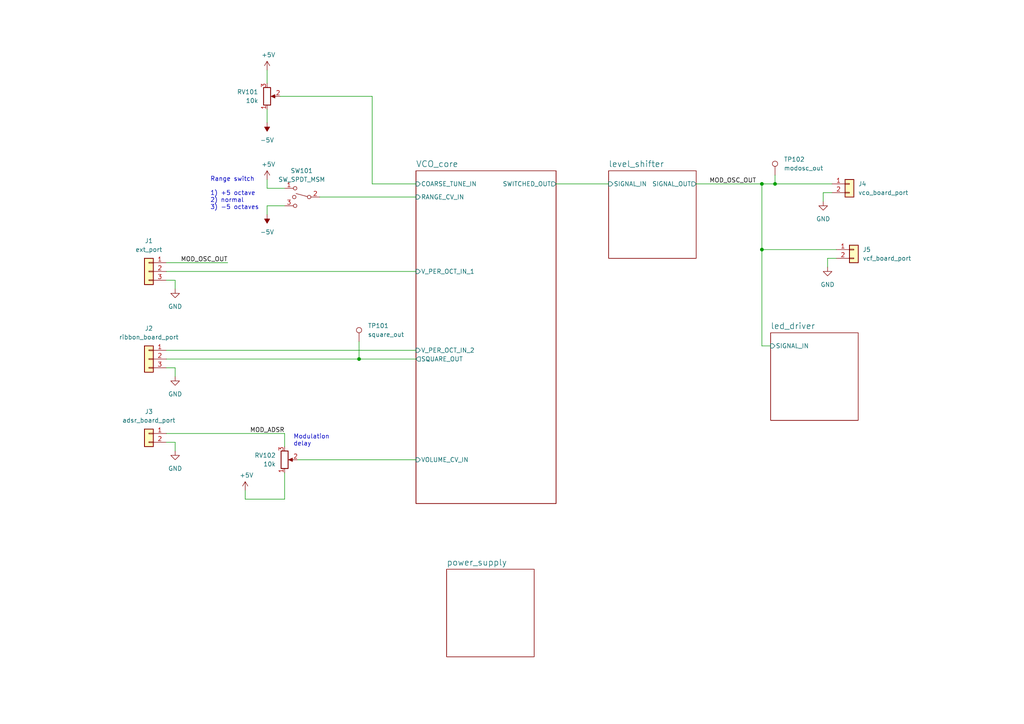
<source format=kicad_sch>
(kicad_sch (version 20211123) (generator eeschema)
  (paper "A4")
  (title_block (title "Josh Ox Ribbon Synth Mod Osc board") (date "2022-06-17") (rev "0") (comment 2 "creativecommons.org/licences/by/4.0") (comment 3 "license: CC by 4.0") (comment 4 "Author: Jordan Aceto"))
  (lib_symbols
    (symbol "Connector:TestPoint" (pin_numbers hide) (pin_names (offset 0.762) hide)
      (property "Reference" "TP" (at 0 6.858 0))
      (property "Value" "TestPoint" (at 0 5.08 0))
      (symbol "TestPoint_0_1"
        (circle (center 0 3.302) (radius 0.762))
      )
      (symbol "TestPoint_1_1"
        (pin passive line (at 0 0 90) (length 2.54) (name "1") (number "1"))
      )
    )
    (symbol "Connector_Generic:Conn_01x02" (pin_names (offset 1.016) hide)
      (property "Reference" "J" (at 0 2.54 0))
      (property "Value" "Conn_01x02" (at 0 -5.08 0))
      (symbol "Conn_01x02_1_1"
        (rectangle (start -1.27 -2.413) (end 0 -2.667) (stroke (width 0.1524)))
        (rectangle (start -1.27 0.127) (end 0 -0.127) (stroke (width 0.1524)))
        (rectangle (start -1.27 1.27) (end 1.27 -3.81) (stroke (width 0.254)) (fill (type background)))
        (pin passive line (at -5.08 0 0) (length 3.81) (name "Pin_1") (number "1"))
        (pin passive line (at -5.08 -2.54 0) (length 3.81) (name "Pin_2") (number "2"))
      )
    )
    (symbol "Connector_Generic:Conn_01x03" (pin_names (offset 1.016) hide)
      (property "Reference" "J" (at 0 5.08 0))
      (property "Value" "Conn_01x03" (at 0 -5.08 0))
      (symbol "Conn_01x03_1_1"
        (rectangle (start -1.27 -2.413) (end 0 -2.667) (stroke (width 0.1524)))
        (rectangle (start -1.27 0.127) (end 0 -0.127) (stroke (width 0.1524)))
        (rectangle (start -1.27 2.667) (end 0 2.413) (stroke (width 0.1524)))
        (rectangle (start -1.27 3.81) (end 1.27 -3.81) (stroke (width 0.254)) (fill (type background)))
        (pin passive line (at -5.08 2.54 0) (length 3.81) (name "Pin_1") (number "1"))
        (pin passive line (at -5.08 0 0) (length 3.81) (name "Pin_2") (number "2"))
        (pin passive line (at -5.08 -2.54 0) (length 3.81) (name "Pin_3") (number "3"))
      )
    )
    (symbol "Device:R_Potentiometer" (pin_names (offset 1.016) hide)
      (property "Reference" "RV" (at -4.445 0 90))
      (property "Value" "R_Potentiometer" (at -2.54 0 90))
      (symbol "R_Potentiometer_0_1"
        (polyline (pts (xy 2.54 0) (xy 1.524 0)))
        (polyline (pts (xy 1.143 0) (xy 2.286 0.508) (xy 2.286 -0.508) (xy 1.143 0)) (fill (type outline)))
        (rectangle (start 1.016 2.54) (end -1.016 -2.54) (stroke (width 0.254)))
      )
      (symbol "R_Potentiometer_1_1"
        (pin passive line (at 0 3.81 270) (length 1.27) (name "1") (number "1"))
        (pin passive line (at 3.81 0 180) (length 1.27) (name "2") (number "2"))
        (pin passive line (at 0 -3.81 90) (length 1.27) (name "3") (number "3"))
      )
    )
    (symbol "Switch:SW_SPDT_MSM" (pin_names (offset 0) hide)
      (property "Reference" "SW" (at 0 5.08 0))
      (property "Value" "SW_SPDT_MSM" (at 0 -5.08 0))
      (symbol "SW_SPDT_MSM_0_0"
        (circle (center -2.032 0) (radius 0.508))
        (polyline (pts (xy -1.524 0.127) (xy 1.778 1.016)))
        (circle (center 2.032 -2.54) (radius 0.508))
      )
      (symbol "SW_SPDT_MSM_0_1"
        (circle (center 2.032 2.54) (radius 0.508))
        (circle (center 2.286 0) (radius 0.508))
      )
      (symbol "SW_SPDT_MSM_1_1"
        (pin passive line (at 5.08 2.54 180) (length 2.54) (name "1") (number "1"))
        (pin passive line (at -5.08 0 0) (length 2.54) (name "2") (number "2"))
        (pin passive line (at 5.08 -2.54 180) (length 2.54) (name "3") (number "3"))
      )
    )
    (symbol "power:+5V" (power) (pin_names (offset 0))
      (property "Value" "+5V" (at 0 3.556 0))
      (symbol "+5V_0_1"
        (polyline (pts (xy -0.762 1.27) (xy 0 2.54)))
        (polyline (pts (xy 0 0) (xy 0 2.54)))
        (polyline (pts (xy 0 2.54) (xy 0.762 1.27)))
      )
      (symbol "+5V_1_1"
        (pin power_in line (at 0 0 90) (length 0) hide (name "+5V") (number "1"))
      )
    )
    (symbol "power:-5V" (power) (pin_names (offset 0))
      (property "Value" "-5V" (at 0 3.81 0))
      (symbol "-5V_0_0"
        (pin power_in line (at 0 0 90) (length 0) hide (name "-5V") (number "1"))
      )
      (symbol "-5V_0_1"
        (polyline (pts (xy 0 0) (xy 0 1.27) (xy 0.762 1.27) (xy 0 2.54) (xy -0.762 1.27) (xy 0 1.27)) (fill (type outline)))
      )
    )
    (symbol "power:GND" (power) (pin_names (offset 0))
      (property "Value" "GND" (at 0 -3.81 0))
      (symbol "GND_0_1"
        (polyline (pts (xy 0 0) (xy 0 -1.27) (xy 1.27 -1.27) (xy 0 -2.54) (xy -1.27 -1.27) (xy 0 -1.27)))
      )
      (symbol "GND_1_1"
        (pin power_in line (at 0 0 270) (length 0) hide (name "GND") (number "1"))
      )
    )
  )
  (junction (at 104.14 104.14))
  (junction (at 220.98 72.39))
  (junction (at 220.98 53.34))
  (junction (at 224.79 53.34))
  (wire (pts (xy 161.29 53.34) (xy 176.53 53.34)))
  (wire (pts (xy 224.79 50.8) (xy 224.79 53.34)))
  (wire (pts (xy 50.8 130.81) (xy 50.8 128.27)))
  (wire (pts (xy 50.8 109.22) (xy 50.8 106.68)))
  (wire (pts (xy 240.03 74.93) (xy 242.57 74.93)))
  (wire (pts (xy 77.47 59.69) (xy 77.47 62.23)))
  (wire (pts (xy 104.14 99.06) (xy 104.14 104.14)))
  (wire (pts (xy 77.47 20.32) (xy 77.47 24.13)))
  (wire (pts (xy 104.14 104.14) (xy 120.65 104.14)))
  (wire (pts (xy 238.76 55.88) (xy 241.3 55.88)))
  (wire (pts (xy 220.98 72.39) (xy 220.98 100.33)))
  (wire (pts (xy 223.52 100.33) (xy 220.98 100.33)))
  (wire (pts (xy 82.55 125.73) (xy 82.55 129.54)))
  (wire (pts (xy 48.26 104.14) (xy 104.14 104.14)))
  (wire (pts (xy 220.98 53.34) (xy 224.79 53.34)))
  (wire (pts (xy 92.71 57.15) (xy 120.65 57.15)))
  (wire (pts (xy 220.98 72.39) (xy 220.98 53.34)))
  (wire (pts (xy 50.8 83.82) (xy 50.8 81.28)))
  (wire (pts (xy 224.79 53.34) (xy 241.3 53.34)))
  (wire (pts (xy 120.65 53.34) (xy 107.95 53.34)))
  (wire (pts (xy 240.03 77.47) (xy 240.03 74.93)))
  (wire (pts (xy 107.95 53.34) (xy 107.95 27.94)))
  (wire (pts (xy 71.12 142.24) (xy 71.12 144.78)))
  (wire (pts (xy 242.57 72.39) (xy 220.98 72.39)))
  (wire (pts (xy 48.26 78.74) (xy 120.65 78.74)))
  (wire (pts (xy 50.8 128.27) (xy 48.26 128.27)))
  (wire (pts (xy 86.36 133.35) (xy 120.65 133.35)))
  (wire (pts (xy 201.93 53.34) (xy 220.98 53.34)))
  (wire (pts (xy 77.47 59.69) (xy 82.55 59.69)))
  (wire (pts (xy 238.76 58.42) (xy 238.76 55.88)))
  (wire (pts (xy 77.47 52.07) (xy 77.47 54.61)))
  (wire (pts (xy 50.8 81.28) (xy 48.26 81.28)))
  (wire (pts (xy 48.26 101.6) (xy 120.65 101.6)))
  (wire (pts (xy 77.47 54.61) (xy 82.55 54.61)))
  (wire (pts (xy 71.12 144.78) (xy 82.55 144.78)))
  (wire (pts (xy 107.95 27.94) (xy 81.28 27.94)))
  (wire (pts (xy 48.26 125.73) (xy 82.55 125.73)))
  (wire (pts (xy 50.8 106.68) (xy 48.26 106.68)))
  (wire (pts (xy 82.55 144.78) (xy 82.55 137.16)))
  (wire (pts (xy 77.47 31.75) (xy 77.47 35.56)))
  (wire (pts (xy 48.26 76.2) (xy 66.04 76.2)))
  (text "Range switch\n\n1) +5 octave\n2) normal\n3) -5 octaves" (at 60.96 60.96 0) (effects (font (size 1.27 1.27)) (justify left bottom)))
  (text "Modulation\ndelay" (at 85.09 129.54 0) (effects (font (size 1.27 1.27)) (justify left bottom)))
  (label "MOD_ADSR" (at 82.55 125.73 180))
  (label "MOD_OSC_OUT" (at 205.74 53.34 0))
  (label "MOD_OSC_OUT" (at 66.04 76.2 180))
  (symbol (lib_id "Switch:SW_SPDT_MSM") (at 87.63 57.15 0) (mirror y) (unit 1)
    (property "Reference" "SW101" (at 87.503 49.53 0))
    (property "Value" "SW_SPDT_MSM" (at 87.503 52.07 0))
    (property "Footprint" "custom_footprints:SPDT_mini_toggle" (effects hide))
  )
  (symbol (lib_id "Device:R_Potentiometer") (at 82.55 133.35 0) (mirror x) (unit 1)
    (property "Reference" "RV102" (at 80.01 132.0799 0) (effects (justify right)))
    (property "Value" "10k" (at 80.01 134.6199 0) (effects (justify right)))
    (property "Footprint" "custom_footprints:Potentiometer_P260T" (effects hide))
  )
  (symbol (lib_id "Connector_Generic:Conn_01x03") (at 43.18 78.74 0) (mirror y) (unit 1)
    (property "Reference" "J1" (at 43.18 69.85 0))
    (property "Value" "ext_port" (at 43.18 72.39 0))
    (property "Footprint" "Connector_Molex:Molex_KK-254_AE-6410-03A_1x03_P2.54mm_Vertical" (effects hide))
  )
  (symbol (lib_id "power:GND") (at 50.8 130.81 0) (unit 1)
    (property "Reference" "#PWR0103" (effects hide))
    (property "Value" "GND" (at 50.8 135.89 0))
  )
  (symbol (lib_id "power:-5V") (at 77.47 62.23 180) (unit 1)
    (property "Reference" "#PWR0109" (effects hide))
    (property "Value" "-5V" (at 77.47 67.31 0))
  )
  (symbol (lib_id "Connector:TestPoint") (at 224.79 50.8 0) (unit 1) (in_bom no)
    (property "Reference" "TP102" (at 227.33 46.2279 0) (effects (justify left)))
    (property "Value" "modosc_out" (at 227.33 48.7679 0) (effects (justify left)))
    (property "Footprint" "TestPoint:TestPoint_Keystone_5000-5004_Miniature" (effects hide))
  )
  (symbol (lib_id "power:+5V") (at 77.47 20.32 0) (unit 1)
    (property "Reference" "#PWR0113" (effects hide))
    (property "Value" "+5V" (at 77.851 15.9258 0))
  )
  (symbol (lib_id "power:GND") (at 50.8 109.22 0) (unit 1)
    (property "Reference" "#PWR0102" (effects hide))
    (property "Value" "GND" (at 50.8 114.3 0))
  )
  (symbol (lib_id "Connector_Generic:Conn_01x02") (at 246.38 53.34 0) (unit 1)
    (property "Reference" "J4" (at 248.92 53.3399 0) (effects (justify left)))
    (property "Value" "vco_board_port" (at 248.92 55.8799 0) (effects (justify left)))
    (property "Footprint" "Connector_Molex:Molex_KK-254_AE-6410-02A_1x02_P2.54mm_Vertical" (effects hide))
  )
  (symbol (lib_id "power:GND") (at 50.8 83.82 0) (unit 1)
    (property "Reference" "#PWR0101" (effects hide))
    (property "Value" "GND" (at 50.8 88.9 0))
  )
  (symbol (lib_id "power:+5V") (at 71.12 142.24 0) (unit 1)
    (property "Reference" "#PWR0111" (effects hide))
    (property "Value" "+5V" (at 71.501 137.8458 0))
  )
  (symbol (lib_id "Connector:TestPoint") (at 104.14 99.06 0) (unit 1) (in_bom no)
    (property "Reference" "TP101" (at 106.68 94.4879 0) (effects (justify left)))
    (property "Value" "square_out" (at 106.68 97.0279 0) (effects (justify left)))
    (property "Footprint" "TestPoint:TestPoint_Keystone_5000-5004_Miniature" (effects hide))
  )
  (symbol (lib_id "Connector_Generic:Conn_01x02") (at 247.65 72.39 0) (unit 1)
    (property "Reference" "J5" (at 250.19 72.3899 0) (effects (justify left)))
    (property "Value" "vcf_board_port" (at 250.19 74.9299 0) (effects (justify left)))
    (property "Footprint" "Connector_Molex:Molex_KK-254_AE-6410-02A_1x02_P2.54mm_Vertical" (effects hide))
  )
  (symbol (lib_id "power:GND") (at 240.03 77.47 0) (mirror y) (unit 1)
    (property "Reference" "#PWR0105" (effects hide))
    (property "Value" "GND" (at 240.03 82.55 0))
  )
  (symbol (lib_id "power:-5V") (at 77.47 35.56 180) (unit 1)
    (property "Reference" "#PWR0112" (effects hide))
    (property "Value" "-5V" (at 77.47 40.64 0))
  )
  (symbol (lib_id "power:GND") (at 238.76 58.42 0) (mirror y) (unit 1)
    (property "Reference" "#PWR0104" (effects hide))
    (property "Value" "GND" (at 238.76 63.5 0))
  )
  (symbol (lib_id "Connector_Generic:Conn_01x02") (at 43.18 125.73 0) (mirror y) (unit 1)
    (property "Reference" "J3" (at 43.18 119.38 0))
    (property "Value" "adsr_board_port" (at 43.18 121.92 0))
    (property "Footprint" "Connector_Molex:Molex_KK-254_AE-6410-02A_1x02_P2.54mm_Vertical" (effects hide))
  )
  (symbol (lib_id "Connector_Generic:Conn_01x03") (at 43.18 104.14 0) (mirror y) (unit 1)
    (property "Reference" "J2" (at 43.18 95.25 0))
    (property "Value" "ribbon_board_port" (at 43.18 97.79 0))
    (property "Footprint" "Connector_Molex:Molex_KK-254_AE-6410-03A_1x03_P2.54mm_Vertical" (effects hide))
  )
  (symbol (lib_id "Device:R_Potentiometer") (at 77.47 27.94 0) (mirror x) (unit 1)
    (property "Reference" "RV101" (at 74.93 26.6699 0) (effects (justify right)))
    (property "Value" "10k" (at 74.93 29.2099 0) (effects (justify right)))
    (property "Footprint" "custom_footprints:Potentiometer_P260T" (effects hide))
  )
  (symbol (lib_id "power:+5V") (at 77.47 52.07 0) (unit 1)
    (property "Reference" "#PWR0110" (effects hide))
    (property "Value" "+5V" (at 77.851 47.6758 0))
  )
  (sheet (at 120.65 49.53) (size 40.64 96.52) (stroke (width 0.1524))
    (property "Sheet name" "VCO_core" (at 120.65 48.5784 0) (effects (font (size 1.75 1.75)) (justify left bottom)))
    (property "Sheet file" "VCO_core.kicad_sch" (effects hide))
    (pin "COARSE_TUNE_IN" input (at 120.65 53.34 180))
    (pin "RANGE_CV_IN" input (at 120.65 57.15 180))
    (pin "V_PER_OCT_IN_1" input (at 120.65 78.74 180))
    (pin "V_PER_OCT_IN_2" input (at 120.65 101.6 180))
    (pin "VOLUME_CV_IN" input (at 120.65 133.35 180))
    (pin "SWITCHED_OUT" output (at 161.29 53.34 0))
    (pin "SQUARE_OUT" output (at 120.65 104.14 180))
  )
  (sheet (at 223.52 96.52) (size 25.4 25.4) (stroke (width 0.1524))
    (property "Sheet name" "led_driver" (at 223.52 95.5684 0) (effects (font (size 1.75 1.75)) (justify left bottom)))
    (property "Sheet file" "led_driver.kicad_sch" (effects hide))
    (pin "SIGNAL_IN" input (at 223.52 100.33 180))
  )
  (sheet (at 176.53 49.53) (size 25.4 25.4) (stroke (width 0.1524))
    (property "Sheet name" "level_shifter" (at 176.53 48.5784 0) (effects (font (size 1.75 1.75)) (justify left bottom)))
    (property "Sheet file" "level_shifter.kicad_sch" (effects hide))
    (pin "SIGNAL_OUT" output (at 201.93 53.34 0))
    (pin "SIGNAL_IN" input (at 176.53 53.34 180))
  )
  (sheet (at 129.54 165.1) (size 25.4 25.4) (stroke (width 0.1524))
    (property "Sheet name" "power_supply" (at 129.54 164.1484 0) (effects (font (size 1.75 1.75)) (justify left bottom)))
    (property "Sheet file" "power_supply.kicad_sch" (effects hide))
  )
)
</source>
